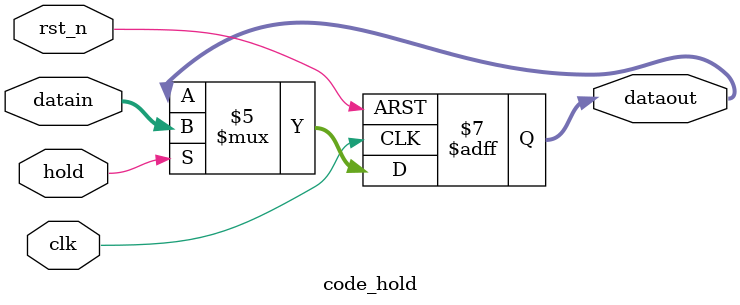
<source format=v>
module code_hold(clk,rst_n,hold,datain,dataout);
input clk,rst_n,hold;
input [31:0]datain;
output [31:0]dataout;
reg [31:0]dataout;
always @(posedge clk or negedge rst_n)
begin
if(!rst_n)
	begin
	dataout<=32'd0;
	end
else
	begin
	if(hold==1'b1)
		begin
		dataout<=datain;
		end
	else
		begin
		dataout<=dataout;
		end
	end
end
endmodule 
</source>
